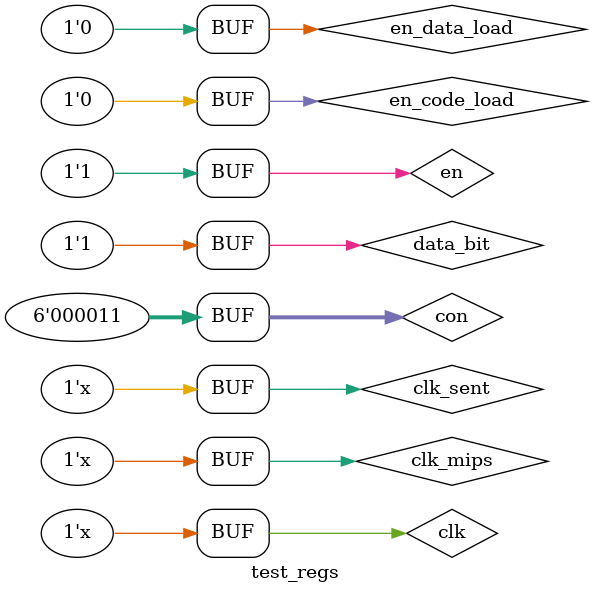
<source format=v>
`timescale 1ns / 1ps


module test_regs();
wire fault;
reg en_code_load;//ÔØÈëÊ¹ÄÜ
reg en_data_load;//ÔØÈëÊ¹ÄÜ
reg en;//Ê¹ÄÜ¶Ë
reg data_bit;//´®¿ÚÊý¾ÝÁ÷
reg clk;//ÏµÍ³Ê±ÖÓ
reg clk_mips;//Í³Ò»Ê±ÖÓ
wire [31:0]result;//Êä³ö
reg [7:0]data;
reg ready;
wire [7:0]screen;
reg [5:0]con = 3;
wire [6:0]seg_s;
wire [7:0]seg_sel;
reg clk_sent;
decode test(clk_sent,en_code_load,en_data_load,en,data_bit,clk,clk_mips,result,fault,seg_s,seg_sel,con,screen,,,);

always
#2 clk = ~clk;

always
#10 clk_mips = ~clk_mips;

always
#20 clk_sent = ~clk_sent;

initial begin
en_code_load = 0;en_data_load = 0;en = 1;data_bit = 1;clk = 0;clk_mips = 0;clk_sent = 0;

end

endmodule

</source>
